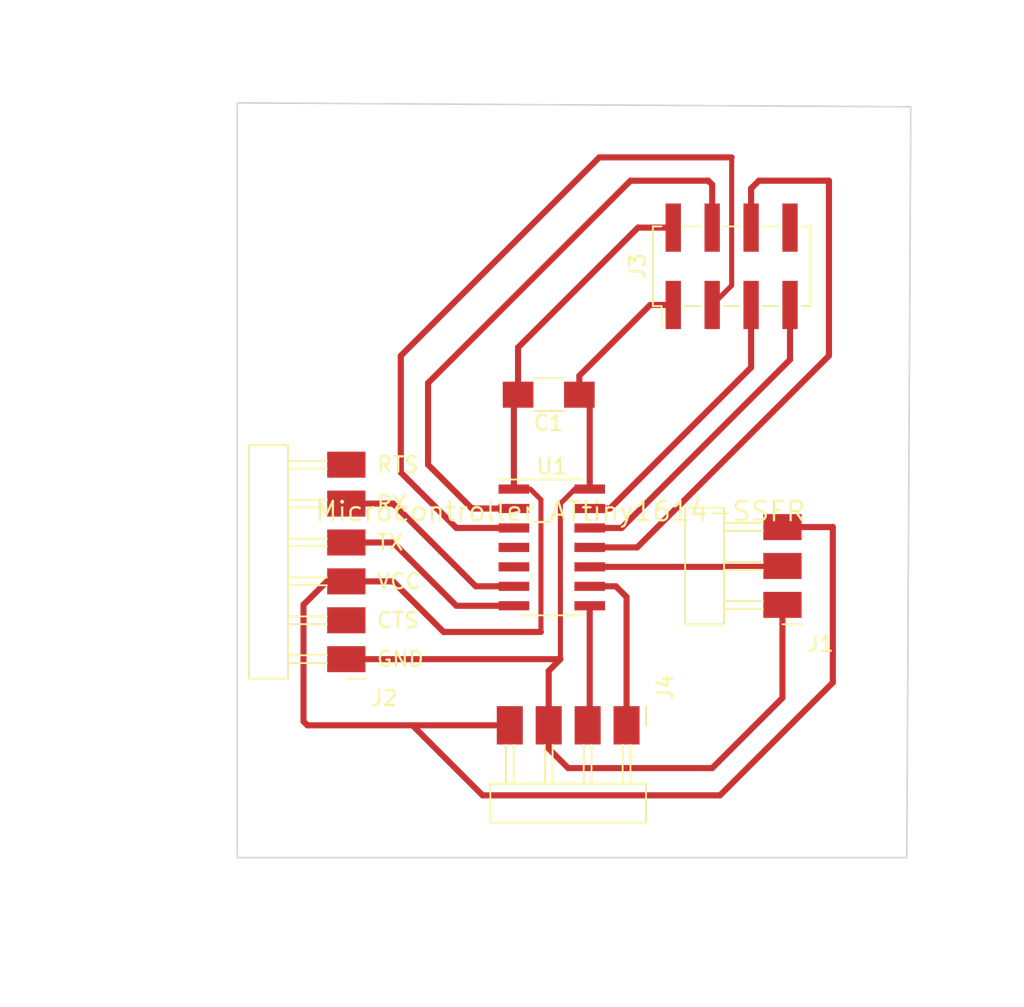
<source format=kicad_pcb>
(kicad_pcb (version 20211014) (generator pcbnew)
  (layers (0 "F.Cu" signal) (31 "B.Cu" signal) (34 "B.Paste" user) (35 "F.Paste" user) (36 "B.SilkS" user "B.Silkscreen") (37 "F.SilkS" user "F.Silkscreen") (38 "B.Mask" user) (39 "F.Mask" user) (44 "Edge.Cuts" user))
  (net 0 "")
  (net 6 "VCC")
  (net 7 "GND")
  (net 8 "UPDI")
  (net 9 "VRy")
  (net 10 "VRx")
  (net 11 "RXD")
  (net 12 "TXD")
  (net 13 "SCK")
  (net 14 "MISO")
  (net 15 "MOSI")
  (net 16 "CSN")
  (net 17 "CE")
  (footprint "fab:PinHeader_FTDI_01x06_P2.54mm_Horizontal_SMD" (layer "F.Cu") (at 138.684 148.59 180)
    (fp_text reference "J2" (at -1.524 -2.54) (layer "F.SilkS") (effects (justify left)))
    (fp_text value "Conn_PinHeader_FTDI_1x06_P2.54mm_Horizontal_SMD")
    (fp_text user "VCC" (at -1.905 5.08) (layer "F.SilkS") (effects (justify left)))
    (fp_text user "GND" (at -1.905 0) (layer "F.SilkS") (effects (justify left)))
    (fp_text user "RTS" (at -1.905 12.7) (layer "F.SilkS") (effects (justify left)))
    (fp_text user "CTS" (at -1.905 2.54) (layer "F.SilkS") (effects (justify left)))
    (fp_text user "TX" (at -1.905 7.62) (layer "F.SilkS") (effects (justify left)))
    (fp_text user "RX" (at -1.905 10.16) (layer "F.SilkS") (effects (justify left)))
    (fp_line (start 3.81 2.794) (end 1.27 2.794) (layer "F.SilkS") (width 0.12))
    (fp_line (start 3.81 10.414) (end 1.27 10.414) (layer "F.SilkS") (width 0.12))
    (fp_line (start 6.35 13.97) (end 3.81 13.97) (layer "F.SilkS") (width 0.12))
    (fp_line (start 3.81 -1.27) (end 6.35 -1.27) (layer "F.SilkS") (width 0.12))
    (fp_line (start 3.81 5.334) (end 1.27 5.334) (layer "F.SilkS") (width 0.12))
    (fp_line (start 6.35 -1.27) (end 6.35 13.97) (layer "F.SilkS") (width 0.12))
    (fp_line (start 3.81 13.97) (end 3.81 -1.27) (layer "F.SilkS") (width 0.12))
    (fp_line (start 3.81 0.254) (end 1.27 0.254) (layer "F.SilkS") (width 0.12))
    (fp_line (start 3.81 7.366) (end 1.27 7.366) (layer "F.SilkS") (width 0.12))
    (fp_line (start 3.81 7.874) (end 1.27 7.874) (layer "F.SilkS") (width 0.12))
    (fp_line (start 3.81 4.826) (end 1.27 4.826) (layer "F.SilkS") (width 0.12))
    (fp_line (start 3.81 2.286) (end 1.27 2.286) (layer "F.SilkS") (width 0.12))
    (fp_line (start 3.81 12.446) (end 1.27 12.446) (layer "F.SilkS") (width 0.12))
    (fp_line (start 3.81 9.906) (end 1.27 9.906) (layer "F.SilkS") (width 0.12))
    (fp_line (start 3.81 12.954) (end 1.27 12.954) (layer "F.SilkS") (width 0.12))
    (fp_line (start -1.27 -1.27) (end 0 -1.27) (layer "F.SilkS") (width 0.12))
    (fp_line (start 3.81 -0.254) (end 1.27 -0.254) (layer "F.SilkS") (width 0.12))
    (pad "1" smd rect locked (at 0 0 180) (size 2.5 1.7) (layers "F.Cu" "F.Paste" "F.Mask") (net 7 "GND"))
    (pad "2" smd rect locked (at 0 2.54 180) (size 2.5 1.7) (layers "F.Cu" "F.Paste" "F.Mask"))
    (pad "3" smd rect locked (at 0 5.08 180) (size 2.5 1.7) (layers "F.Cu" "F.Paste" "F.Mask") (net 6 "VCC"))
    (pad "4" smd rect locked (at 0 7.62 180) (size 2.5 1.7) (layers "F.Cu" "F.Paste" "F.Mask") (net 12 "TXD"))
    (pad "5" smd rect locked (at 0 10.16 180) (size 2.5 1.7) (layers "F.Cu" "F.Paste" "F.Mask") (net 11 "RXD"))
    (pad "6" smd rect locked (at 0 12.7 180) (size 2.5 1.7) (layers "F.Cu" "F.Paste" "F.Mask"))
  )
  (footprint "fab:C_1206" (layer "F.Cu") (at 151.892 131.318 180)
    (fp_text reference "C1" (at 0 -1.85) (layer "F.SilkS"))
    (fp_text value "C")
    (fp_line (start 1 1.07) (end -1 1.07) (layer "F.SilkS") (width 0.12))
    (fp_line (start -1 -1.07) (end 1 -1.07) (layer "F.SilkS") (width 0.12))
    (pad "1" smd rect locked (at -2 0 180) (size 2 1.7) (layers "F.Cu" "F.Paste" "F.Mask") (net 7 "GND"))
    (pad "2" smd rect locked (at 2 0 180) (size 2 1.7) (layers "F.Cu" "F.Paste" "F.Mask") (net 6 "VCC"))
  )
  (footprint "fab:PinHeader_1x03_P2.54mm_Horizontal_SMD" (layer "F.Cu") (at 167.146 145.044 180)
    (fp_text reference "J1" (at -1.524 -2.54) (layer "F.SilkS") (effects (justify left)))
    (fp_text value "Conn_PinHeader_1x03_P2.54mm_Horizontal_SMD")
    (fp_line (start -1.27 -1.27) (end 0 -1.27) (layer "F.SilkS") (width 0.12))
    (fp_line (start 3.81 -1.27) (end 6.35 -1.27) (layer "F.SilkS") (width 0.12))
    (fp_line (start 3.81 2.794) (end 1.27 2.794) (layer "F.SilkS") (width 0.12))
    (fp_line (start 6.35 -1.27) (end 6.35 6.35) (layer "F.SilkS") (width 0.12))
    (fp_line (start 3.81 0.254) (end 1.27 0.254) (layer "F.SilkS") (width 0.12))
    (fp_line (start 3.81 4.826) (end 1.27 4.826) (layer "F.SilkS") (width 0.12))
    (fp_line (start 3.81 5.334) (end 1.27 5.334) (layer "F.SilkS") (width 0.12))
    (fp_line (start 3.81 6.35) (end 3.81 -1.27) (layer "F.SilkS") (width 0.12))
    (fp_line (start 6.35 6.35) (end 3.81 6.35) (layer "F.SilkS") (width 0.12))
    (fp_line (start 3.81 2.286) (end 1.27 2.286) (layer "F.SilkS") (width 0.12))
    (fp_line (start 3.81 -0.254) (end 1.27 -0.254) (layer "F.SilkS") (width 0.12))
    (pad "1" smd rect locked (at 0 0 180) (size 2.5 1.7) (layers "F.Cu" "F.Paste" "F.Mask") (net 7 "GND"))
    (pad "2" smd rect locked (at 0 2.54 180) (size 2.5 1.7) (layers "F.Cu" "F.Paste" "F.Mask") (net 8 "UPDI"))
    (pad "3" smd rect locked (at 0 5.08 180) (size 2.5 1.7) (layers "F.Cu" "F.Paste" "F.Mask") (net 6 "VCC"))
  )
  (footprint "fab:PinHeader_1x04_P2.54mm_Horizontal_SMD" (layer "F.Cu") (at 156.972 152.908 -90)
    (fp_text reference "J4" (at -1.524 -2.54 90) (layer "F.SilkS") (effects (justify left)))
    (fp_text value "Conn_PinHeader_1x04_P2.54mm_Horizontal_SMD")
    (fp_line (start 6.35 8.89) (end 3.81 8.89) (layer "F.SilkS") (width 0.12))
    (fp_line (start 3.81 7.366) (end 1.27 7.366) (layer "F.SilkS") (width 0.12))
    (fp_line (start -1.27 -1.27) (end 0 -1.27) (layer "F.SilkS") (width 0.12))
    (fp_line (start 3.81 2.794) (end 1.27 2.794) (layer "F.SilkS") (width 0.12))
    (fp_line (start 3.81 4.826) (end 1.27 4.826) (layer "F.SilkS") (width 0.12))
    (fp_line (start 3.81 0.254) (end 1.27 0.254) (layer "F.SilkS") (width 0.12))
    (fp_line (start 3.81 5.334) (end 1.27 5.334) (layer "F.SilkS") (width 0.12))
    (fp_line (start 3.81 -1.27) (end 6.35 -1.27) (layer "F.SilkS") (width 0.12))
    (fp_line (start 3.81 7.874) (end 1.27 7.874) (layer "F.SilkS") (width 0.12))
    (fp_line (start 3.81 -0.254) (end 1.27 -0.254) (layer "F.SilkS") (width 0.12))
    (fp_line (start 6.35 -1.27) (end 6.35 8.89) (layer "F.SilkS") (width 0.12))
    (fp_line (start 3.81 8.89) (end 3.81 -1.27) (layer "F.SilkS") (width 0.12))
    (fp_line (start 3.81 2.286) (end 1.27 2.286) (layer "F.SilkS") (width 0.12))
    (pad "1" smd rect locked (at 0 0 270) (size 2.5 1.7) (layers "F.Cu" "F.Paste" "F.Mask") (net 10 "VRx"))
    (pad "2" smd rect locked (at 0 2.54 270) (size 2.5 1.7) (layers "F.Cu" "F.Paste" "F.Mask") (net 9 "VRy"))
    (pad "3" smd rect locked (at 0 5.08 270) (size 2.5 1.7) (layers "F.Cu" "F.Paste" "F.Mask") (net 7 "GND"))
    (pad "4" smd rect locked (at 0 7.62 270) (size 2.5 1.7) (layers "F.Cu" "F.Paste" "F.Mask") (net 6 "VCC"))
  )
  (footprint "fab:PinHeader_2x04_P2.54mm_Vertical_SMD" (layer "F.Cu") (at 163.83 122.936 90)
    (fp_text reference "J3" (at 0 -6.14 90) (layer "F.SilkS"))
    (fp_text value "Conn_PinHeader_2x04_P2.54mm_Vertical_SMD")
    (fp_line (start -4.04 -4.57) (end -2.6 -4.57) (layer "F.SilkS") (width 0.12))
    (fp_line (start 2.6 -0.51) (end 2.6 0.51) (layer "F.SilkS") (width 0.12))
    (fp_line (start -2.6 5.14) (end 2.6 5.14) (layer "F.SilkS") (width 0.12))
    (fp_line (start -2.6 -0.51) (end -2.6 0.51) (layer "F.SilkS") (width 0.12))
    (fp_line (start -2.6 -5.14) (end 2.6 -5.14) (layer "F.SilkS") (width 0.12))
    (fp_line (start -2.6 -3.05) (end -2.6 -2.03) (layer "F.SilkS") (width 0.12))
    (fp_line (start -2.6 2.03) (end -2.6 3.05) (layer "F.SilkS") (width 0.12))
    (fp_line (start -2.6 -5.14) (end -2.6 -4.57) (layer "F.SilkS") (width 0.12))
    (fp_line (start 2.6 -3.05) (end 2.6 -2.03) (layer "F.SilkS") (width 0.12))
    (fp_line (start 2.6 4.57) (end 2.6 5.14) (layer "F.SilkS") (width 0.12))
    (fp_line (start -2.6 4.57) (end -2.6 5.14) (layer "F.SilkS") (width 0.12))
    (fp_line (start 2.6 2.03) (end 2.6 3.05) (layer "F.SilkS") (width 0.12))
    (fp_line (start 2.6 -5.14) (end 2.6 -4.57) (layer "F.SilkS") (width 0.12))
    (pad "1" smd rect locked (at -2.525 -3.81 90) (size 3.15 1) (layers "F.Cu" "F.Paste" "F.Mask") (net 7 "GND"))
    (pad "2" smd rect locked (at 2.525 -3.81 90) (size 3.15 1) (layers "F.Cu" "F.Paste" "F.Mask") (net 6 "VCC"))
    (pad "3" smd rect locked (at -2.525 -1.27 90) (size 3.15 1) (layers "F.Cu" "F.Paste" "F.Mask") (net 17 "CE"))
    (pad "4" smd rect locked (at 2.525 -1.27 90) (size 3.15 1) (layers "F.Cu" "F.Paste" "F.Mask") (net 16 "CSN"))
    (pad "5" smd rect locked (at -2.525 1.27 90) (size 3.15 1) (layers "F.Cu" "F.Paste" "F.Mask") (net 13 "SCK"))
    (pad "6" smd rect locked (at 2.525 1.27 90) (size 3.15 1) (layers "F.Cu" "F.Paste" "F.Mask") (net 15 "MOSI"))
    (pad "7" smd rect locked (at -2.525 3.81 90) (size 3.15 1) (layers "F.Cu" "F.Paste" "F.Mask") (net 14 "MISO"))
    (pad "8" smd rect locked (at 2.525 3.81 90) (size 3.15 1) (layers "F.Cu" "F.Paste" "F.Mask"))
  )
  (footprint "fab:SOIC-14_3.9x8.7mm_P1.27mm" (layer "F.Cu") (at 152.094 141.292)
    (fp_text reference "U1" (at 0 -5.28) (layer "F.SilkS"))
    (fp_text value "Microcontroller_ATtiny1614-SSFR" (at 0.56 -2.354) (layer "F.SilkS") (effects (font (size 1.27 1.27))))
    (fp_line (start 0 4.435) (end -1.95 4.435) (layer "F.SilkS") (width 0.12))
    (fp_line (start 0 4.435) (end 1.95 4.435) (layer "F.SilkS") (width 0.12))
    (fp_line (start 0 -4.435) (end 1.95 -4.435) (layer "F.SilkS") (width 0.12))
    (fp_line (start 0 -4.435) (end -3.45 -4.435) (layer "F.SilkS") (width 0.12))
    (pad "1" smd rect (at -2.475 -3.81) (size 2 0.6) (layers "F.Cu" "F.Paste" "F.Mask") (net 6 "VCC"))
    (pad "2" smd rect (at -2.475 -2.54) (size 2 0.6) (layers "F.Cu" "F.Paste" "F.Mask") (net 16 "CSN"))
    (pad "3" smd rect (at -2.475 -1.27) (size 2 0.6) (layers "F.Cu" "F.Paste" "F.Mask") (net 17 "CE"))
    (pad "4" smd rect (at -2.475 0) (size 2 0.6) (layers "F.Cu" "F.Paste" "F.Mask"))
    (pad "5" smd rect (at -2.475 1.27) (size 2 0.6) (layers "F.Cu" "F.Paste" "F.Mask"))
    (pad "6" smd rect (at -2.475 2.54) (size 2 0.6) (layers "F.Cu" "F.Paste" "F.Mask") (net 11 "RXD"))
    (pad "7" smd rect (at -2.475 3.81) (size 2 0.6) (layers "F.Cu" "F.Paste" "F.Mask") (net 12 "TXD"))
    (pad "8" smd rect (at 2.475 3.81) (size 2 0.6) (layers "F.Cu" "F.Paste" "F.Mask") (net 9 "VRy"))
    (pad "9" smd rect (at 2.475 2.54) (size 2 0.6) (layers "F.Cu" "F.Paste" "F.Mask") (net 10 "VRx"))
    (pad "10" smd rect (at 2.475 1.27) (size 2 0.6) (layers "F.Cu" "F.Paste" "F.Mask") (net 8 "UPDI"))
    (pad "11" smd rect (at 2.475 0) (size 2 0.6) (layers "F.Cu" "F.Paste" "F.Mask") (net 15 "MOSI"))
    (pad "12" smd rect (at 2.475 -1.27) (size 2 0.6) (layers "F.Cu" "F.Paste" "F.Mask") (net 14 "MISO"))
    (pad "13" smd rect (at 2.475 -2.54) (size 2 0.6) (layers "F.Cu" "F.Paste" "F.Mask") (net 13 "SCK"))
    (pad "14" smd rect (at 2.475 -3.81) (size 2 0.6) (layers "F.Cu" "F.Paste" "F.Mask") (net 7 "GND"))
  )
  (gr_line (start 131.572 161.544) (end 131.572 112.268) (layer "Edge.Cuts") (width 0.1))
  (gr_line (start 175.514 114.3) (end 175.26 161.544) (layer "Edge.Cuts") (width 0.1))
  (gr_line (start 175.514 112.522) (end 175.514 115.062) (layer "Edge.Cuts") (width 0.1))
  (gr_line (start 175.26 161.544) (end 131.572 161.544) (layer "Edge.Cuts") (width 0.1))
  (gr_line (start 131.572 112.268) (end 175.514 112.522) (layer "Edge.Cuts") (width 0.1))
  (segment (start 157.749 120.411) (end 160.02 120.411) (width 0.4) (layer "F.Cu") (net 6))
  (segment (start 143.002 152.908) (end 149.352 152.908) (width 0.4) (layer "F.Cu") (net 6))
  (segment (start 135.89 152.654) (end 136.144 152.908) (width 0.4) (layer "F.Cu") (net 6))
  (segment (start 170.424 139.964) (end 167.146 139.964) (width 0.4) (layer "F.Cu") (net 6))
  (segment (start 150.69 137.482) (end 151.384 138.176) (width 0.33) (layer "F.Cu") (net 6))
  (segment (start 137.414 143.51) (end 135.89 145.034) (width 0.4) (layer "F.Cu") (net 6))
  (segment (start 147.574 157.48) (end 163.068 157.48) (width 0.4) (layer "F.Cu") (net 6))
  (segment (start 149.619 137.482) (end 149.619 131.591) (width 0.4) (layer "F.Cu") (net 6))
  (segment (start 135.89 145.034) (end 135.89 152.654) (width 0.4) (layer "F.Cu") (net 6))
  (segment (start 163.068 157.48) (end 170.434 150.114) (width 0.4) (layer "F.Cu") (net 6))
  (segment (start 149.619 131.591) (end 149.892 131.318) (width 0.25) (layer "F.Cu") (net 6))
  (segment (start 157.734 120.396) (end 157.749 120.411) (width 0.25) (layer "F.Cu") (net 6))
  (segment (start 143.002 152.908) (end 147.574 157.48) (width 0.4) (layer "F.Cu") (net 6))
  (segment (start 136.144 152.908) (end 143.002 152.908) (width 0.4) (layer "F.Cu") (net 6))
  (segment (start 149.619 137.482) (end 150.69 137.482) (width 0.25) (layer "F.Cu") (net 6))
  (segment (start 141.732 143.51) (end 138.684 143.51) (width 0.4) (layer "F.Cu") (net 6))
  (segment (start 151.384 146.812) (end 145.034 146.812) (width 0.4) (layer "F.Cu") (net 6))
  (segment (start 145.034 146.812) (end 141.732 143.51) (width 0.4) (layer "F.Cu") (net 6))
  (segment (start 170.434 139.954) (end 170.424 139.964) (width 0.25) (layer "F.Cu") (net 6))
  (segment (start 149.892 131.318) (end 149.892 128.238) (width 0.4) (layer "F.Cu") (net 6))
  (segment (start 170.434 150.114) (end 170.434 139.954) (width 0.4) (layer "F.Cu") (net 6))
  (segment (start 138.684 143.51) (end 137.414 143.51) (width 0.25) (layer "F.Cu") (net 6))
  (segment (start 151.384 138.176) (end 151.384 146.812) (width 0.33) (layer "F.Cu") (net 6))
  (segment (start 149.892 128.238) (end 157.734 120.396) (width 0.4) (layer "F.Cu") (net 6))
  (segment (start 153.892 130.08) (end 158.511 125.461) (width 0.4) (layer "F.Cu") (net 7))
  (segment (start 153.892 131.318) (end 153.892 130.08) (width 0.4) (layer "F.Cu") (net 7))
  (segment (start 151.892 154.432) (end 153.162 155.702) (width 0.4) (layer "F.Cu") (net 7))
  (segment (start 138.684 148.59) (end 152.654 148.59) (width 0.4) (layer "F.Cu") (net 7))
  (segment (start 152.654 148.59) (end 151.892 149.352) (width 0.4) (layer "F.Cu") (net 7))
  (segment (start 153.602 137.482) (end 152.654 138.43) (width 0.33) (layer "F.Cu") (net 7))
  (segment (start 158.511 125.461) (end 160.02 125.461) (width 0.4) (layer "F.Cu") (net 7))
  (segment (start 153.162 155.702) (end 162.56 155.702) (width 0.4) (layer "F.Cu") (net 7))
  (segment (start 162.56 155.702) (end 167.146 151.116) (width 0.4) (layer "F.Cu") (net 7))
  (segment (start 151.892 152.908) (end 151.892 154.432) (width 0.4) (layer "F.Cu") (net 7))
  (segment (start 167.146 151.116) (end 167.146 145.044) (width 0.4) (layer "F.Cu") (net 7))
  (segment (start 154.569 137.482) (end 154.569 131.995) (width 0.4) (layer "F.Cu") (net 7))
  (segment (start 154.569 131.995) (end 153.892 131.318) (width 0.25) (layer "F.Cu") (net 7))
  (segment (start 151.892 149.352) (end 151.892 152.908) (width 0.4) (layer "F.Cu") (net 7))
  (segment (start 154.569 137.482) (end 153.602 137.482) (width 0.25) (layer "F.Cu") (net 7))
  (segment (start 152.654 138.43) (end 152.654 148.59) (width 0.33) (layer "F.Cu") (net 7))
  (segment (start 167.088 142.562) (end 167.146 142.504) (width 0.25) (layer "F.Cu") (net 8))
  (segment (start 154.569 142.562) (end 167.088 142.562) (width 0.4) (layer "F.Cu") (net 8))
  (segment (start 154.569 152.771) (end 154.432 152.908) (width 0.25) (layer "F.Cu") (net 9))
  (segment (start 154.569 145.102) (end 154.569 152.771) (width 0.4) (layer "F.Cu") (net 9))
  (segment (start 156.972 152.908) (end 156.972 144.526) (width 0.4) (layer "F.Cu") (net 10))
  (segment (start 156.278 143.832) (end 154.569 143.832) (width 0.4) (layer "F.Cu") (net 10))
  (segment (start 156.972 144.526) (end 156.278 143.832) (width 0.4) (layer "F.Cu") (net 10))
  (segment (start 155.269 143.832) (end 154.569 143.832) (width 0.25) (layer "F.Cu") (net 10))
  (segment (start 149.619 143.832) (end 147.134 143.832) (width 0.4) (layer "F.Cu") (net 11))
  (segment (start 141.732 138.43) (end 138.684 138.43) (width 0.4) (layer "F.Cu") (net 11))
  (segment (start 147.134 143.832) (end 141.732 138.43) (width 0.4) (layer "F.Cu") (net 11))
  (segment (start 141.732 140.97) (end 138.684 140.97) (width 0.4) (layer "F.Cu") (net 12))
  (segment (start 149.619 145.102) (end 145.864 145.102) (width 0.4) (layer "F.Cu") (net 12))
  (segment (start 145.864 145.102) (end 141.732 140.97) (width 0.4) (layer "F.Cu") (net 12))
  (segment (start 165.1 129.54) (end 155.888 138.752) (width 0.4) (layer "F.Cu") (net 13))
  (segment (start 155.888 138.752) (end 154.569 138.752) (width 0.4) (layer "F.Cu") (net 13))
  (segment (start 165.1 125.461) (end 165.1 129.54) (width 0.4) (layer "F.Cu") (net 13))
  (segment (start 154.569 138.752) (end 155.269 138.752) (width 0.25) (layer "F.Cu") (net 13))
  (segment (start 167.64 129.032) (end 167.64 125.461) (width 0.4) (layer "F.Cu") (net 14))
  (segment (start 156.65 140.022) (end 167.64 129.032) (width 0.4) (layer "F.Cu") (net 14))
  (segment (start 154.569 140.022) (end 156.65 140.022) (width 0.4) (layer "F.Cu") (net 14))
  (segment (start 165.1 117.856) (end 165.1 120.411) (width 0.4) (layer "F.Cu") (net 15))
  (segment (start 154.569 141.292) (end 157.666 141.292) (width 0.4) (layer "F.Cu") (net 15))
  (segment (start 165.608 117.348) (end 165.1 117.856) (width 0.4) (layer "F.Cu") (net 15))
  (segment (start 170.18 128.778) (end 170.18 117.348) (width 0.4) (layer "F.Cu") (net 15))
  (segment (start 157.666 141.292) (end 170.18 128.778) (width 0.4) (layer "F.Cu") (net 15))
  (segment (start 170.18 117.348) (end 165.608 117.348) (width 0.4) (layer "F.Cu") (net 15))
  (segment (start 149.619 138.752) (end 146.88 138.752) (width 0.4) (layer "F.Cu") (net 16))
  (segment (start 146.88 138.752) (end 144.018 135.89) (width 0.4) (layer "F.Cu") (net 16))
  (segment (start 162.56 117.602) (end 162.56 120.411) (width 0.4) (layer "F.Cu") (net 16))
  (segment (start 144.018 135.89) (end 144.018 130.556) (width 0.4) (layer "F.Cu") (net 16))
  (segment (start 157.226 117.348) (end 162.306 117.348) (width 0.4) (layer "F.Cu") (net 16))
  (segment (start 144.018 130.556) (end 157.226 117.348) (width 0.4) (layer "F.Cu") (net 16))
  (segment (start 162.306 117.348) (end 162.56 117.602) (width 0.4) (layer "F.Cu") (net 16))
  (segment (start 163.83 124.191) (end 162.56 125.461) (width 0.33) (layer "F.Cu") (net 17))
  (segment (start 155.194 115.824) (end 163.83 115.824) (width 0.4) (layer "F.Cu") (net 17))
  (segment (start 145.864 140.022) (end 142.24 136.398) (width 0.4) (layer "F.Cu") (net 17))
  (segment (start 149.619 140.022) (end 145.864 140.022) (width 0.4) (layer "F.Cu") (net 17))
  (segment (start 142.24 128.778) (end 155.194 115.824) (width 0.4) (layer "F.Cu") (net 17))
  (segment (start 142.24 136.398) (end 142.24 128.778) (width 0.4) (layer "F.Cu") (net 17))
  (segment (start 163.83 115.824) (end 163.83 124.191) (width 0.33) (layer "F.Cu") (net 17))
)
</source>
